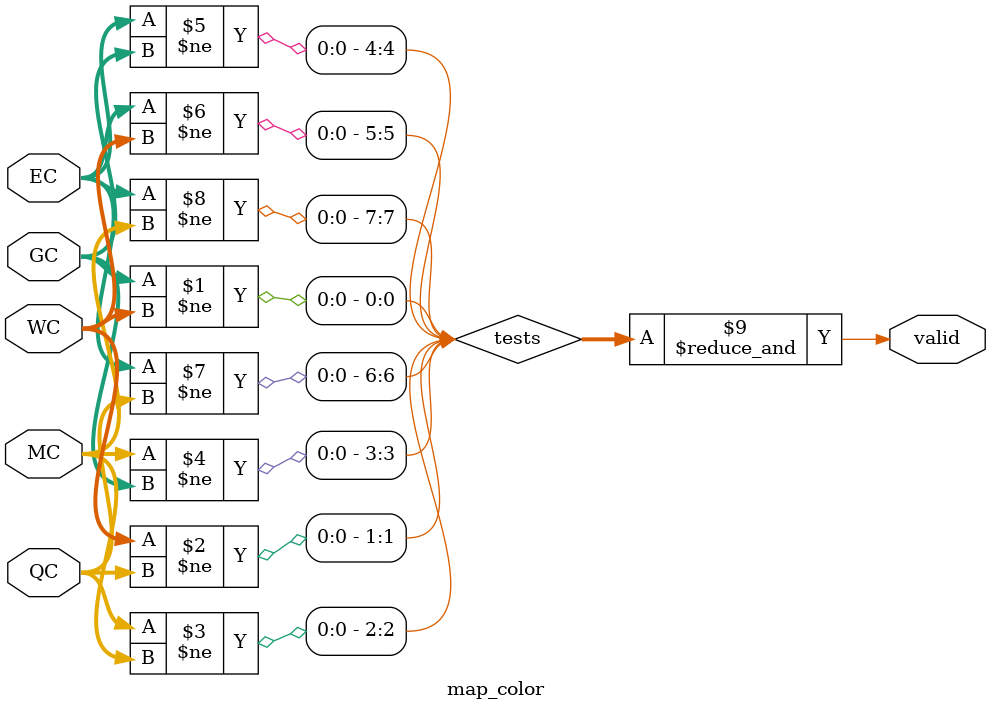
<source format=v>

module map_color (GC, WC, QC, MC, EC, valid);
   input [1:0] GC;
   input [1:0] WC;
   input [1:0] QC;
   input [1:0] MC;
   input [1:0] EC;
   output      valid;
   wire [7:0]  tests;

   assign tests[0] = GC != WC;
   assign tests[1] = WC != QC;
   assign tests[2] = QC != MC;
   assign tests[3] = MC != GC;
   assign tests[4] = EC != GC;
   assign tests[5] = EC != WC;
   assign tests[6] = EC != QC;
   assign tests[7] = EC != MC;

   assign valid = &tests[7:0];
endmodule // map_color

</source>
